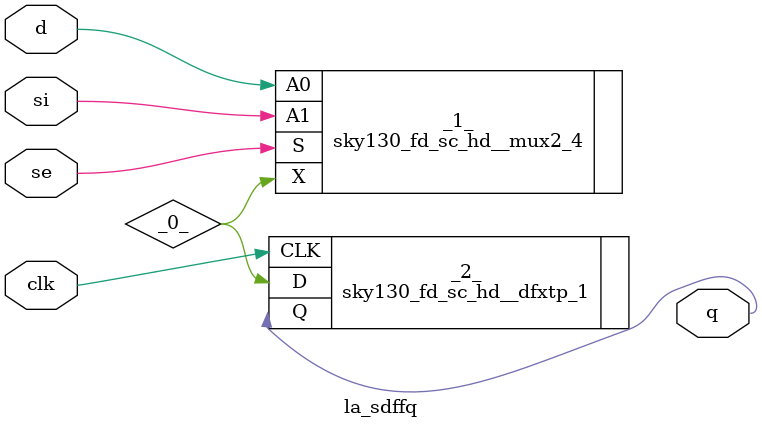
<source format=v>

/* Generated by Yosys 0.44 (git sha1 80ba43d26, g++ 11.4.0-1ubuntu1~22.04 -fPIC -O3) */

(* top =  1  *)
(* src = "inputs/la_sdffq.v:11.1-23.10" *)
module la_sdffq (
    d,
    si,
    se,
    clk,
    q
);
  (* src = "inputs/la_sdffq.v:21.3-21.42" *)
  wire _0_;
  (* src = "inputs/la_sdffq.v:17.16-17.19" *)
  input clk;
  wire clk;
  (* src = "inputs/la_sdffq.v:14.16-14.17" *)
  input d;
  wire d;
  (* src = "inputs/la_sdffq.v:18.16-18.17" *)
  output q;
  wire q;
  (* src = "inputs/la_sdffq.v:16.16-16.18" *)
  input se;
  wire se;
  (* src = "inputs/la_sdffq.v:15.16-15.18" *)
  input si;
  wire si;
  sky130_fd_sc_hd__mux2_4 _1_ (
      .A0(d),
      .A1(si),
      .S (se),
      .X (_0_)
  );
  (* src = "inputs/la_sdffq.v:21.3-21.42" *)
  sky130_fd_sc_hd__dfxtp_1 _2_ (
      .CLK(clk),
      .D  (_0_),
      .Q  (q)
  );
endmodule

</source>
